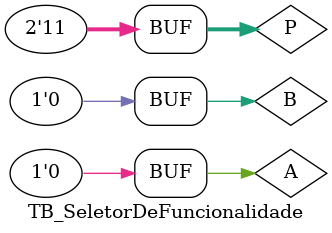
<source format=v>
module seletorDeFuncionalidade(P, A, B, S);
  input [1:0] P; // Prioridade
  input A, B; // Entradas

  output S;

  wire P1_AND_A, P0_AND_B;

  and and0 (P1_AND_A, P[1], A);
  and and1 (P0_AND_B, P[0], B);

  or or0 (S, P1_AND_A, P0_AND_B);
endmodule

module TB_SeletorDeFuncionalidade();
  reg [1:0] P;
  reg A, B;

  wire S;

  seletorDeFuncionalidade seletorDeFuncionalidade(P, A, B, S);

  initial begin
    P = 2'b01; A = 1'b0; B = 1'b1; #10; // 1
    P = 2'b01; A = 1'b1; B = 1'b1; #10; // 1
    P = 2'b10; A = 1'b1; B = 1'b0; #10; // 1
    P = 2'b10; A = 1'b1; B = 1'b1; #10; // 1
    P = 2'b11; A = 1'b0; B = 1'b1; #10; // 1
    P = 2'b11; A = 1'b1; B = 1'b0; #10; // 1
    P = 2'b11; A = 1'b1; B = 1'b1; #10; // 1

    // saidas 0
    P = 2'b00; A = 1'b0; B = 1'b0; #10; // 0
    P = 2'b00; A = 1'b0; B = 1'b1; #10; // 0
    P = 2'b00; A = 1'b1; B = 1'b0; #10; // 0
    P = 2'b00; A = 1'b1; B = 1'b1; #10; // 0
    P = 2'b01; A = 1'b0; B = 1'b0; #10; // 0
    P = 2'b01; A = 1'b1; B = 1'b0; #10; // 0
    P = 2'b10; A = 1'b0; B = 1'b0; #10; // 0
    P = 2'b10; A = 1'b0; B = 1'b1; #10; // 0
    P = 2'b11; A = 1'b0; B = 1'b0; #10; // 0
  end
endmodule
</source>
